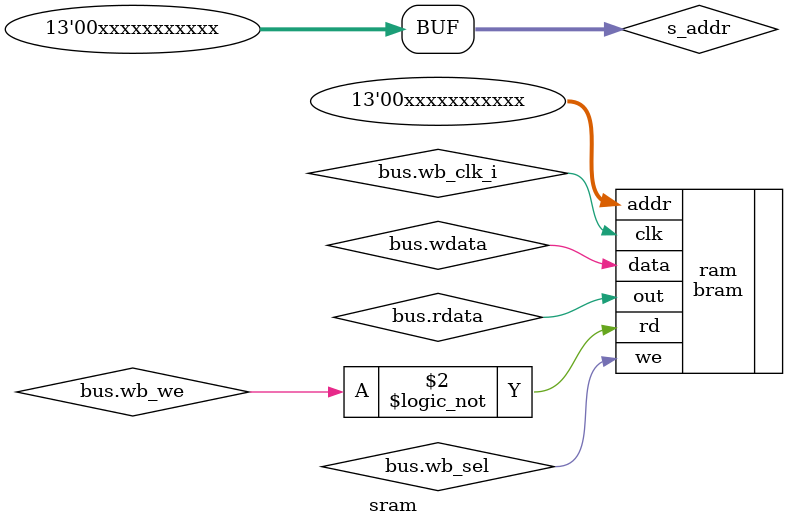
<source format=sv>
`timescale 1ns / 1ps
`include "buses.svh"

module sram
    #(
        parameter ADDR_WIDTH = 15,
        parameter BUS_WIDTH = 32
    ) (
        wishbone_bus.secondary bus
    );

    //localparam MAX_ADDR = (2**ADDR_WIDTH)-1;
    localparam RAM_ADDR_WIDTH = ADDR_WIDTH-2;

    /* verilator lint_off UNUSED */
    enum logic [1:0] {
        BYTE = 2'b00,
        HALF = 2'b01,
        WORD = 2'b10
    } size_e;
    /* verilator lint_on UNUSED */

    // Signals
    logic [RAM_ADDR_WIDTH-1:0] s_addr;
    assign s_addr = bus.wb_adr[RAM_ADDR_WIDTH-1:2];
    //logic [3:0] s_we;
    //logic [1:0] byte_sel = bus.addr[1:0];

    // RAM Instantiation
    (* keep=1 *)
    (* keep_hierarchy=1 *)
    bram #(
        .RAM_ADDR_WIDTH (RAM_ADDR_WIDTH),
        .RAM_BUS_WIDTH  (BUS_WIDTH)
    ) ram (
        .clk    (bus.wb_clk_i),
        .rd     (!(bus.wb_we)),
        .we     (bus.wb_sel),
        .addr   (s_addr),
        .data   (bus.wdata),
        .out    (bus.rdata)
    );

    // assign s_addr = bus.addr[ADDR_WIDTH-1:2];

    // always_ff @(posedge clk) begin : addr_check
    //     bus.error <= 0;
 
    //     if (bus.addr > MAX_ADDR) // Address space 
    //         bus.error <= 1;
    //     else if (bus.size == WORD && bus.addr[1:0] != 2'b0) // Word boundary
    //         bus.error <= 1;
    //     else if (bus.size == HALF && bus.addr[0] != 0) // Half-word boundary
    //         bus.error <= 1;
    // end

endmodule

</source>
